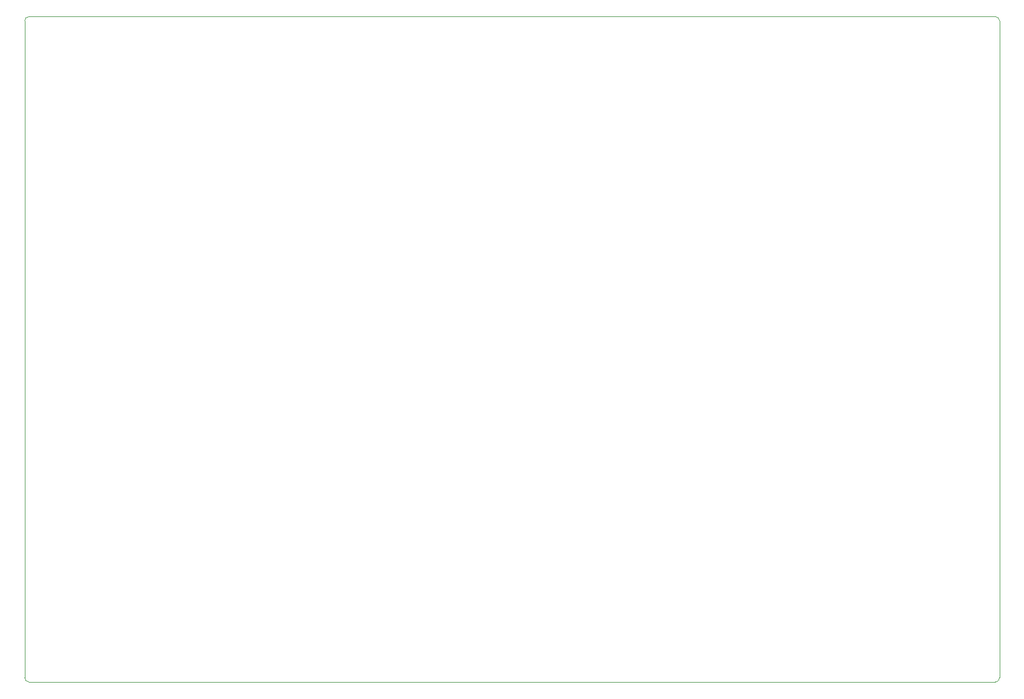
<source format=gm1>
G04 #@! TF.GenerationSoftware,KiCad,Pcbnew,6.0.9-8da3e8f707~116~ubuntu20.04.1*
G04 #@! TF.CreationDate,2023-03-28T16:44:36+02:00*
G04 #@! TF.ProjectId,six_to_six_control,7369785f-746f-45f7-9369-785f636f6e74,rev?*
G04 #@! TF.SameCoordinates,Original*
G04 #@! TF.FileFunction,Profile,NP*
%FSLAX46Y46*%
G04 Gerber Fmt 4.6, Leading zero omitted, Abs format (unit mm)*
G04 Created by KiCad (PCBNEW 6.0.9-8da3e8f707~116~ubuntu20.04.1) date 2023-03-28 16:44:36*
%MOMM*%
%LPD*%
G01*
G04 APERTURE LIST*
G04 #@! TA.AperFunction,Profile*
%ADD10C,0.100000*%
G04 #@! TD*
G04 APERTURE END LIST*
D10*
X76835000Y-39370000D02*
G75*
G03*
X76200000Y-40005000I0J-635000D01*
G01*
X222250000Y-40005000D02*
G75*
G03*
X221615000Y-39370000I-635000J0D01*
G01*
X222250000Y-138430000D02*
X222250000Y-40005000D01*
X76200000Y-40005000D02*
X76200000Y-138430000D01*
X76835000Y-139065000D02*
X221615000Y-139065000D01*
X221615000Y-139065000D02*
G75*
G03*
X222250000Y-138430000I0J635000D01*
G01*
X221615000Y-39370000D02*
X76835000Y-39370000D01*
X76200000Y-138430000D02*
G75*
G03*
X76835000Y-139065000I635000J0D01*
G01*
M02*

</source>
